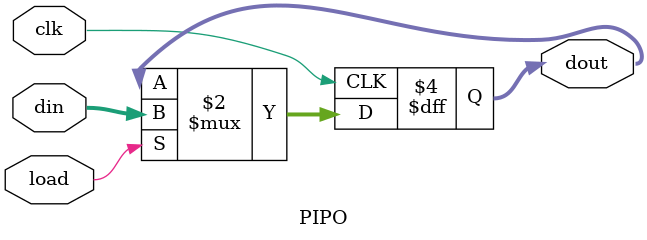
<source format=v>
/** PIPO buffer **/

module PIPO(dout, din, clk, load);
    input [15:0] din;
    input load, clk;
    output reg [15:0] dout;
    always @(posedge clk)
        if(load) dout <= din;
endmodule

</source>
